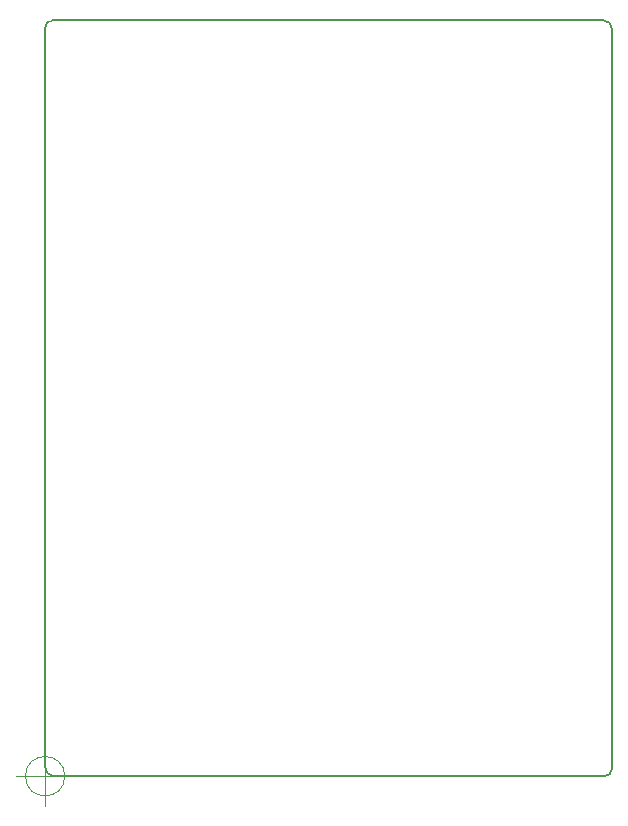
<source format=gbr>
G04 #@! TF.FileFunction,Profile,NP*
%FSLAX46Y46*%
G04 Gerber Fmt 4.6, Leading zero omitted, Abs format (unit mm)*
G04 Created by KiCad (PCBNEW 4.0.7) date 07/05/18 08:47:23*
%MOMM*%
%LPD*%
G01*
G04 APERTURE LIST*
%ADD10C,0.100000*%
%ADD11C,0.150000*%
G04 APERTURE END LIST*
D10*
D11*
X113792000Y-122174000D02*
X160401000Y-122174000D01*
X113030000Y-58801000D02*
X113030000Y-121412000D01*
X160274000Y-58166000D02*
X113665000Y-58166000D01*
X161036000Y-121539000D02*
X161036000Y-58928000D01*
X160401000Y-122174000D02*
G75*
G03X161036000Y-121539000I0J635000D01*
G01*
X113030000Y-121412000D02*
G75*
G03X113792000Y-122174000I762000J0D01*
G01*
X113665000Y-58166000D02*
G75*
G03X113030000Y-58801000I0J-635000D01*
G01*
X161036000Y-58928000D02*
G75*
G03X160274000Y-58166000I-762000J0D01*
G01*
D10*
X114696666Y-122174000D02*
G75*
G03X114696666Y-122174000I-1666666J0D01*
G01*
X110530000Y-122174000D02*
X115530000Y-122174000D01*
X113030000Y-119674000D02*
X113030000Y-124674000D01*
M02*

</source>
